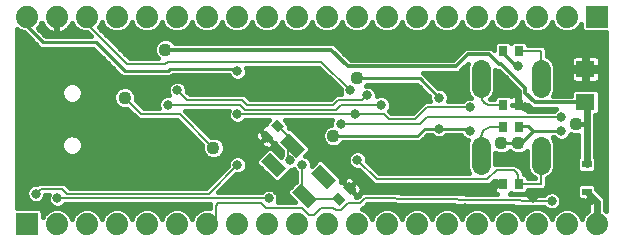
<source format=gbl>
G75*
G70*
%OFA0B0*%
%FSLAX24Y24*%
%IPPOS*%
%LPD*%
%AMOC8*
5,1,8,0,0,1.08239X$1,22.5*
%
%ADD10R,0.0276X0.0354*%
%ADD11R,0.0740X0.0740*%
%ADD12C,0.0740*%
%ADD13R,0.0327X0.0248*%
%ADD14R,0.0630X0.0551*%
%ADD15R,0.0748X0.0433*%
%ADD16C,0.0634*%
%ADD17C,0.0100*%
%ADD18C,0.0318*%
%ADD19C,0.0436*%
%ADD20C,0.0080*%
%ADD21C,0.0160*%
%ADD22C,0.0397*%
%ADD23C,0.0240*%
%ADD24C,0.0120*%
D10*
G36*
X008751Y003627D02*
X008946Y003822D01*
X009195Y003573D01*
X009000Y003378D01*
X008751Y003627D01*
G37*
G36*
X009113Y003989D02*
X009308Y004184D01*
X009557Y003935D01*
X009362Y003740D01*
X009113Y003989D01*
G37*
G36*
X011957Y001855D02*
X011762Y001660D01*
X011513Y001909D01*
X011708Y002104D01*
X011957Y001855D01*
G37*
G36*
X011595Y001493D02*
X011400Y001298D01*
X011151Y001547D01*
X011346Y001742D01*
X011595Y001493D01*
G37*
X016858Y002021D03*
X017370Y002021D03*
X017370Y003921D03*
X016858Y003921D03*
X016858Y004641D03*
X017370Y004641D03*
X017370Y006441D03*
X016858Y006441D03*
D11*
X000974Y000681D03*
X019974Y007601D03*
D12*
X018974Y007601D03*
X017974Y007601D03*
X016974Y007601D03*
X015974Y007601D03*
X014974Y007601D03*
X013974Y007601D03*
X012974Y007601D03*
X011974Y007601D03*
X010974Y007601D03*
X009974Y007601D03*
X008974Y007601D03*
X007974Y007601D03*
X006974Y007601D03*
X005974Y007601D03*
X004974Y007601D03*
X003974Y007601D03*
X002974Y007601D03*
X001974Y007601D03*
X000974Y007601D03*
X001974Y000681D03*
X002974Y000681D03*
X003974Y000681D03*
X004974Y000681D03*
X005974Y000681D03*
X006974Y000681D03*
X007974Y000681D03*
X008974Y000681D03*
X009974Y000681D03*
X010974Y000681D03*
X011974Y000681D03*
X012974Y000681D03*
X013974Y000681D03*
X014974Y000681D03*
X015974Y000681D03*
X016974Y000681D03*
X017974Y000681D03*
X018974Y000681D03*
X019974Y000681D03*
D13*
X019634Y001769D03*
X019634Y002674D03*
D14*
X019594Y004750D03*
X019594Y005853D03*
D15*
G36*
X010758Y002684D02*
X011286Y002156D01*
X010980Y001850D01*
X010452Y002378D01*
X010758Y002684D01*
G37*
G36*
X009728Y003714D02*
X010256Y003186D01*
X009950Y002880D01*
X009422Y003408D01*
X009728Y003714D01*
G37*
G36*
X009088Y003073D02*
X009616Y002545D01*
X009310Y002239D01*
X008782Y002767D01*
X009088Y003073D01*
G37*
G36*
X010118Y002043D02*
X010646Y001515D01*
X010340Y001209D01*
X009812Y001737D01*
X010118Y002043D01*
G37*
D16*
X016114Y002665D02*
X016114Y003298D01*
X018114Y003298D02*
X018114Y002665D01*
X018114Y005225D02*
X018114Y005858D01*
X016114Y005858D02*
X016114Y005225D01*
D17*
X016874Y006341D02*
X017274Y005941D01*
X017354Y005941D01*
X016874Y006341D02*
X016874Y006421D01*
X016858Y006441D01*
X018714Y006661D02*
X019028Y006661D01*
X019028Y006662D02*
X019075Y006660D01*
X019121Y006654D01*
X019167Y006645D01*
X019212Y006631D01*
X019255Y006614D01*
X019297Y006594D01*
X019338Y006570D01*
X019376Y006543D01*
X019411Y006512D01*
X019444Y006479D01*
X019475Y006444D01*
X019502Y006406D01*
X019526Y006365D01*
X019546Y006323D01*
X019563Y006280D01*
X019577Y006235D01*
X019586Y006189D01*
X019592Y006143D01*
X019594Y006096D01*
X019594Y005853D01*
X017674Y003941D02*
X017434Y003941D01*
X017370Y003921D01*
X017674Y003941D02*
X017834Y003781D01*
X017434Y003381D01*
X017354Y003381D01*
X016794Y003381D01*
X017834Y003781D02*
X018794Y003781D01*
X015754Y003781D02*
X015674Y003861D01*
X014714Y003861D01*
X014234Y003861D01*
X013994Y003621D01*
X011194Y003621D01*
X014074Y005541D02*
X014714Y004901D01*
X014074Y005541D02*
X011994Y005541D01*
X007994Y005781D02*
X007914Y005861D01*
X005754Y005861D01*
X005674Y005781D01*
X004234Y005781D01*
X003274Y006741D01*
X001514Y006741D01*
X000974Y007281D01*
X000974Y007601D01*
D18*
X002474Y007141D03*
X004394Y006501D03*
X003434Y005941D03*
X003434Y005221D03*
X001354Y005061D03*
X001354Y005941D03*
X005674Y004661D03*
X005994Y005141D03*
X007994Y005781D03*
X009514Y005221D03*
X009914Y005701D03*
X011754Y005141D03*
X012314Y004981D03*
X012794Y004661D03*
X013194Y004501D03*
X011914Y004341D03*
X011434Y004021D03*
X012474Y003301D03*
X011994Y002821D03*
X010154Y002661D03*
X009754Y002821D03*
X008474Y003381D03*
X008474Y003701D03*
X007994Y004341D03*
X005994Y003701D03*
X007994Y002661D03*
X009034Y001541D03*
X004794Y002261D03*
X004474Y002261D03*
X003434Y002421D03*
X001994Y001541D03*
X001274Y001701D03*
X001354Y002421D03*
X001354Y003461D03*
X011194Y006901D03*
X012874Y006501D03*
X014394Y006981D03*
X017354Y005941D03*
X016714Y005621D03*
X017034Y005061D03*
X017594Y004581D03*
X018794Y004261D03*
X018794Y003781D03*
X017434Y002741D03*
X016634Y002021D03*
X017834Y001541D03*
X018474Y001461D03*
X019114Y001461D03*
X019754Y001461D03*
X015594Y001221D03*
X015434Y002981D03*
X015434Y003301D03*
X015754Y003781D03*
X014714Y003861D03*
X015754Y004581D03*
X015354Y004981D03*
X015354Y005301D03*
X014714Y004901D03*
X018714Y006661D03*
D19*
X019274Y004021D03*
X017354Y003381D03*
X016794Y003381D03*
X011994Y005541D03*
X011194Y003621D03*
X007194Y003221D03*
X004234Y004901D03*
X005594Y006501D03*
D20*
X005674Y006101D02*
X010794Y006101D01*
X011754Y005141D01*
X012154Y004821D02*
X012314Y004981D01*
X012154Y004821D02*
X011354Y004821D01*
X011194Y004661D01*
X008314Y004661D01*
X008154Y004821D01*
X006314Y004821D01*
X005994Y005141D01*
X005674Y004661D02*
X008074Y004661D01*
X008234Y004501D01*
X011274Y004501D01*
X011434Y004661D01*
X012794Y004661D01*
X012874Y004341D02*
X012074Y004341D01*
X011994Y004261D01*
X011914Y004341D01*
X007994Y004341D01*
X009335Y003962D02*
X009759Y003538D01*
X009839Y003297D01*
X009919Y003216D01*
X009749Y003216D01*
X009674Y003141D01*
X009674Y002901D01*
X009754Y002821D01*
X010154Y002661D02*
X010154Y001941D01*
X010074Y001861D01*
X010229Y001546D01*
X010229Y001626D01*
X010334Y001520D01*
X011373Y001520D01*
X011674Y001381D02*
X011434Y001141D01*
X011274Y001141D01*
X011194Y001221D01*
X010794Y001221D01*
X010554Y000981D01*
X010394Y000981D01*
X010154Y001221D01*
X008954Y001221D01*
X008794Y001381D01*
X007354Y001381D01*
X007274Y001301D01*
X007274Y000661D01*
X007034Y000661D01*
X006974Y000681D01*
X009034Y001541D02*
X001994Y001541D01*
X002314Y001701D02*
X007034Y001701D01*
X007994Y002661D01*
X007194Y003221D02*
X006074Y004341D01*
X004794Y004341D01*
X004234Y004901D01*
X004314Y006021D02*
X002974Y007361D01*
X002974Y007601D01*
X005594Y006021D02*
X005674Y006101D01*
X005594Y006021D02*
X004314Y006021D01*
X011434Y004021D02*
X014074Y004021D01*
X014314Y004261D01*
X018794Y004261D01*
X017594Y004581D02*
X017594Y004641D01*
X017370Y004641D01*
X017274Y004641D01*
X017274Y004981D01*
X017034Y004981D01*
X017034Y005061D01*
X016447Y004641D02*
X016412Y004643D01*
X016378Y004648D01*
X016344Y004657D01*
X016312Y004670D01*
X016281Y004686D01*
X016251Y004705D01*
X016224Y004727D01*
X016200Y004751D01*
X016178Y004778D01*
X016159Y004807D01*
X016143Y004839D01*
X016130Y004871D01*
X016121Y004905D01*
X016116Y004939D01*
X016114Y004974D01*
X016114Y005541D01*
X016447Y004641D02*
X016858Y004641D01*
X015754Y004581D02*
X014314Y004581D01*
X013914Y004181D01*
X013034Y004181D01*
X012874Y004341D01*
X016114Y003565D02*
X016114Y002981D01*
X016634Y002501D02*
X016314Y002181D01*
X012634Y002181D01*
X011994Y002821D01*
X012234Y001541D02*
X012074Y001381D01*
X011674Y001381D01*
X012234Y001541D02*
X018474Y001461D01*
X018114Y002021D02*
X017370Y002021D01*
X017354Y002021D01*
X017354Y002248D01*
X017352Y002278D01*
X017347Y002309D01*
X017338Y002338D01*
X017325Y002366D01*
X017309Y002392D01*
X017290Y002416D01*
X017269Y002437D01*
X017245Y002456D01*
X017219Y002472D01*
X017191Y002485D01*
X017162Y002494D01*
X017131Y002499D01*
X017101Y002501D01*
X016634Y002501D01*
X018114Y002021D02*
X018114Y002981D01*
X016470Y003921D02*
X016435Y003919D01*
X016401Y003914D01*
X016367Y003906D01*
X016334Y003894D01*
X016302Y003879D01*
X016272Y003861D01*
X016244Y003840D01*
X016218Y003817D01*
X016195Y003791D01*
X016174Y003763D01*
X016156Y003733D01*
X016141Y003701D01*
X016129Y003668D01*
X016121Y003634D01*
X016116Y003600D01*
X016114Y003565D01*
X016470Y003921D02*
X016858Y003921D01*
X018114Y005541D02*
X018114Y006441D01*
X017370Y006441D01*
X002314Y001701D02*
X002154Y001861D01*
X001434Y001861D01*
X001274Y001701D01*
D21*
X001580Y001608D02*
X001676Y001608D01*
X001675Y001605D02*
X001675Y001478D01*
X001723Y001361D01*
X001813Y001271D01*
X001930Y001222D01*
X002057Y001222D01*
X002174Y001271D01*
X002245Y001341D01*
X007074Y001341D01*
X007074Y001211D01*
X006868Y001211D01*
X006673Y001131D01*
X006524Y000982D01*
X006474Y000859D01*
X006423Y000982D01*
X006274Y001131D01*
X006079Y001211D01*
X005868Y001211D01*
X005673Y001131D01*
X005524Y000982D01*
X005474Y000859D01*
X005423Y000982D01*
X005274Y001131D01*
X005079Y001211D01*
X004868Y001211D01*
X004673Y001131D01*
X004524Y000982D01*
X004474Y000859D01*
X004423Y000982D01*
X004274Y001131D01*
X004079Y001211D01*
X003868Y001211D01*
X003673Y001131D01*
X003524Y000982D01*
X003474Y000859D01*
X003423Y000982D01*
X003274Y001131D01*
X003079Y001211D01*
X002868Y001211D01*
X002673Y001131D01*
X002524Y000982D01*
X002474Y000859D01*
X002423Y000982D01*
X002274Y001131D01*
X002079Y001211D01*
X001868Y001211D01*
X001673Y001131D01*
X001524Y000982D01*
X001504Y000932D01*
X001504Y001118D01*
X001410Y001211D01*
X000654Y001211D01*
X000654Y007172D01*
X000673Y007152D01*
X000868Y007071D01*
X000887Y007071D01*
X001427Y006531D01*
X001601Y006531D01*
X003187Y006531D01*
X004024Y005694D01*
X004147Y005571D01*
X005587Y005571D01*
X005761Y005571D01*
X005841Y005651D01*
X007702Y005651D01*
X007723Y005601D01*
X007813Y005511D01*
X007930Y005462D01*
X008057Y005462D01*
X008174Y005511D01*
X008264Y005601D01*
X008313Y005718D01*
X008313Y005845D01*
X008289Y005901D01*
X010711Y005901D01*
X011435Y005178D01*
X011435Y005078D01*
X011458Y005021D01*
X011437Y005021D01*
X011271Y005021D01*
X011111Y004861D01*
X008397Y004861D01*
X008354Y004904D01*
X008237Y005021D01*
X006397Y005021D01*
X006313Y005105D01*
X006313Y005205D01*
X006264Y005322D01*
X006174Y005412D01*
X006057Y005460D01*
X005930Y005460D01*
X005813Y005412D01*
X005723Y005322D01*
X005675Y005205D01*
X005675Y005078D01*
X005715Y004980D01*
X005610Y004980D01*
X005493Y004932D01*
X005403Y004842D01*
X005355Y004725D01*
X005355Y004598D01*
X005378Y004541D01*
X004877Y004541D01*
X004606Y004812D01*
X004612Y004826D01*
X004612Y004977D01*
X004554Y005116D01*
X004448Y005222D01*
X004309Y005279D01*
X004158Y005279D01*
X004019Y005222D01*
X003913Y005116D01*
X003856Y004977D01*
X003856Y004826D01*
X003913Y004687D01*
X004019Y004581D01*
X004158Y004523D01*
X004309Y004523D01*
X004323Y004529D01*
X004711Y004141D01*
X004877Y004141D01*
X005991Y004141D01*
X006821Y003311D01*
X006816Y003297D01*
X006816Y003146D01*
X006873Y003007D01*
X006979Y002901D01*
X007118Y002843D01*
X007269Y002843D01*
X007408Y002901D01*
X007514Y003007D01*
X007572Y003146D01*
X007572Y003297D01*
X007514Y003436D01*
X007408Y003542D01*
X007269Y003599D01*
X007118Y003599D01*
X007104Y003594D01*
X006274Y004424D01*
X006236Y004461D01*
X007698Y004461D01*
X007675Y004405D01*
X007675Y004278D01*
X007723Y004161D01*
X007813Y004071D01*
X007930Y004022D01*
X008057Y004022D01*
X008174Y004071D01*
X008245Y004141D01*
X009037Y004141D01*
X008952Y004056D01*
X008952Y004003D01*
X008921Y004003D01*
X008875Y003991D01*
X008834Y003967D01*
X008720Y003853D01*
X008606Y003739D01*
X008582Y003698D01*
X008570Y003652D01*
X008570Y003605D01*
X008582Y003559D01*
X008606Y003518D01*
X008748Y003376D01*
X008972Y003600D01*
X008973Y003600D01*
X008973Y003600D01*
X009225Y003348D01*
X009111Y003234D01*
X009153Y003234D01*
X009454Y002933D01*
X009474Y002979D01*
X009474Y002984D01*
X009474Y003129D01*
X009261Y003342D01*
X009261Y003384D01*
X009225Y003348D01*
X008973Y003600D01*
X008748Y003376D01*
X008890Y003234D01*
X008931Y003210D01*
X008977Y003198D01*
X008985Y003198D01*
X008621Y002834D01*
X008621Y002701D01*
X009244Y002079D01*
X009376Y002079D01*
X009776Y002479D01*
X009776Y002502D01*
X009817Y002502D01*
X009866Y002523D01*
X009883Y002481D01*
X009954Y002410D01*
X009954Y002106D01*
X009651Y001804D01*
X009651Y001671D01*
X009901Y001421D01*
X009329Y001421D01*
X009353Y001478D01*
X009353Y001605D01*
X009304Y001722D01*
X009214Y001812D01*
X009097Y001860D01*
X008970Y001860D01*
X008853Y001812D01*
X008782Y001741D01*
X007356Y001741D01*
X007957Y002342D01*
X008057Y002342D01*
X008174Y002391D01*
X008264Y002481D01*
X008313Y002598D01*
X008313Y002725D01*
X008264Y002842D01*
X008174Y002932D01*
X008057Y002980D01*
X007930Y002980D01*
X007813Y002932D01*
X007723Y002842D01*
X007675Y002725D01*
X007675Y002625D01*
X006951Y001901D01*
X002397Y001901D01*
X002237Y002061D01*
X002071Y002061D01*
X001351Y002061D01*
X001310Y002020D01*
X001210Y002020D01*
X001093Y001972D01*
X001003Y001882D01*
X000955Y001765D01*
X000955Y001638D01*
X001003Y001521D01*
X001093Y001431D01*
X001210Y001382D01*
X001337Y001382D01*
X001454Y001431D01*
X001544Y001521D01*
X001593Y001638D01*
X001593Y001661D01*
X001698Y001661D01*
X001675Y001605D01*
X001686Y001450D02*
X001473Y001450D01*
X001793Y001291D02*
X000654Y001291D01*
X000654Y001450D02*
X001074Y001450D01*
X000967Y001608D02*
X000654Y001608D01*
X000654Y001767D02*
X000955Y001767D01*
X001046Y001925D02*
X000654Y001925D01*
X000654Y002084D02*
X007133Y002084D01*
X006975Y001925D02*
X002373Y001925D01*
X002195Y001291D02*
X007074Y001291D01*
X006678Y001133D02*
X006269Y001133D01*
X006426Y000974D02*
X006521Y000974D01*
X005678Y001133D02*
X005269Y001133D01*
X005426Y000974D02*
X005521Y000974D01*
X004678Y001133D02*
X004269Y001133D01*
X004426Y000974D02*
X004521Y000974D01*
X003678Y001133D02*
X003269Y001133D01*
X003426Y000974D02*
X003521Y000974D01*
X002678Y001133D02*
X002269Y001133D01*
X002426Y000974D02*
X002521Y000974D01*
X001678Y001133D02*
X001489Y001133D01*
X001504Y000974D02*
X001521Y000974D01*
X000654Y002242D02*
X007292Y002242D01*
X007450Y002401D02*
X000654Y002401D01*
X000654Y002560D02*
X007609Y002560D01*
X007675Y002718D02*
X000654Y002718D01*
X000654Y002877D02*
X007038Y002877D01*
X006862Y003035D02*
X002699Y003035D01*
X002676Y003012D02*
X002776Y003113D01*
X002831Y003244D01*
X002831Y003386D01*
X002776Y003518D01*
X002676Y003618D01*
X002545Y003672D01*
X002403Y003672D01*
X002271Y003618D01*
X002171Y003518D01*
X002117Y003386D01*
X002117Y003244D01*
X002171Y003113D01*
X002271Y003012D01*
X002403Y002958D01*
X002545Y002958D01*
X002676Y003012D01*
X002810Y003194D02*
X006816Y003194D01*
X006780Y003352D02*
X002831Y003352D01*
X002779Y003511D02*
X006621Y003511D01*
X006463Y003669D02*
X002552Y003669D01*
X002395Y003669D02*
X000654Y003669D01*
X000654Y003828D02*
X006304Y003828D01*
X006146Y003986D02*
X000654Y003986D01*
X000654Y004145D02*
X004707Y004145D01*
X004549Y004304D02*
X000654Y004304D01*
X000654Y004462D02*
X004390Y004462D01*
X004797Y004621D02*
X005355Y004621D01*
X005377Y004779D02*
X004639Y004779D01*
X004612Y004938D02*
X005507Y004938D01*
X005675Y005096D02*
X004562Y005096D01*
X004369Y005255D02*
X005695Y005255D01*
X005817Y005413D02*
X000654Y005413D01*
X000654Y005572D02*
X004146Y005572D01*
X003988Y005730D02*
X000654Y005730D01*
X000654Y005889D02*
X003829Y005889D01*
X003671Y006048D02*
X000654Y006048D01*
X000654Y006206D02*
X003512Y006206D01*
X003354Y006365D02*
X000654Y006365D01*
X000654Y006523D02*
X003195Y006523D01*
X003778Y006840D02*
X005424Y006840D01*
X005379Y006822D02*
X005273Y006716D01*
X005216Y006577D01*
X005216Y006426D01*
X005273Y006287D01*
X005339Y006221D01*
X004396Y006221D01*
X003370Y007248D01*
X003423Y007301D01*
X003474Y007424D01*
X003524Y007301D01*
X003673Y007152D01*
X003868Y007071D01*
X004079Y007071D01*
X004274Y007152D01*
X004423Y007301D01*
X004474Y007424D01*
X004524Y007301D01*
X004673Y007152D01*
X004868Y007071D01*
X005079Y007071D01*
X005274Y007152D01*
X005423Y007301D01*
X005474Y007424D01*
X005524Y007301D01*
X005673Y007152D01*
X005868Y007071D01*
X006079Y007071D01*
X006274Y007152D01*
X006423Y007301D01*
X006474Y007424D01*
X006524Y007301D01*
X006673Y007152D01*
X006868Y007071D01*
X007079Y007071D01*
X007274Y007152D01*
X007423Y007301D01*
X007474Y007424D01*
X007524Y007301D01*
X007673Y007152D01*
X007868Y007071D01*
X008079Y007071D01*
X008274Y007152D01*
X008423Y007301D01*
X008474Y007424D01*
X008524Y007301D01*
X008673Y007152D01*
X008868Y007071D01*
X009079Y007071D01*
X009274Y007152D01*
X009423Y007301D01*
X009474Y007424D01*
X009524Y007301D01*
X009673Y007152D01*
X009868Y007071D01*
X010079Y007071D01*
X010274Y007152D01*
X010423Y007301D01*
X010474Y007424D01*
X010524Y007301D01*
X010673Y007152D01*
X010868Y007071D01*
X011079Y007071D01*
X011274Y007152D01*
X011423Y007301D01*
X011474Y007424D01*
X011524Y007301D01*
X011673Y007152D01*
X011868Y007071D01*
X012079Y007071D01*
X012274Y007152D01*
X012423Y007301D01*
X012474Y007424D01*
X012524Y007301D01*
X012673Y007152D01*
X012868Y007071D01*
X013079Y007071D01*
X013274Y007152D01*
X013423Y007301D01*
X013474Y007424D01*
X013524Y007301D01*
X013673Y007152D01*
X013868Y007071D01*
X014079Y007071D01*
X014274Y007152D01*
X014423Y007301D01*
X014474Y007424D01*
X014524Y007301D01*
X014673Y007152D01*
X014868Y007071D01*
X015079Y007071D01*
X015274Y007152D01*
X015423Y007301D01*
X015474Y007424D01*
X015524Y007301D01*
X015673Y007152D01*
X015868Y007071D01*
X016079Y007071D01*
X016274Y007152D01*
X016423Y007301D01*
X016474Y007424D01*
X016524Y007301D01*
X016673Y007152D01*
X016868Y007071D01*
X017079Y007071D01*
X017274Y007152D01*
X017423Y007301D01*
X017474Y007424D01*
X017524Y007301D01*
X017673Y007152D01*
X017868Y007071D01*
X018079Y007071D01*
X018274Y007152D01*
X018423Y007301D01*
X018474Y007424D01*
X018524Y007301D01*
X018673Y007152D01*
X018868Y007071D01*
X019079Y007071D01*
X019274Y007152D01*
X019423Y007301D01*
X019444Y007351D01*
X019444Y007165D01*
X019537Y007071D01*
X020294Y007071D01*
X020294Y001111D01*
X020274Y001131D01*
X020254Y001139D01*
X020254Y001484D01*
X020211Y001587D01*
X020132Y001666D01*
X019957Y001841D01*
X019957Y001959D01*
X019863Y002053D01*
X019404Y002053D01*
X019310Y001959D01*
X019310Y001578D01*
X019404Y001485D01*
X019522Y001485D01*
X019694Y001313D01*
X019694Y001139D01*
X019673Y001131D01*
X019524Y000982D01*
X019474Y000859D01*
X019423Y000982D01*
X019274Y001131D01*
X019079Y001211D01*
X018868Y001211D01*
X018673Y001131D01*
X018524Y000982D01*
X018474Y000859D01*
X018423Y000982D01*
X018274Y001131D01*
X018079Y001211D01*
X017868Y001211D01*
X017673Y001131D01*
X017524Y000982D01*
X017474Y000859D01*
X017423Y000982D01*
X017274Y001131D01*
X017079Y001211D01*
X016868Y001211D01*
X016673Y001131D01*
X016524Y000982D01*
X016474Y000859D01*
X016423Y000982D01*
X016274Y001131D01*
X016079Y001211D01*
X015868Y001211D01*
X015673Y001131D01*
X015524Y000982D01*
X015474Y000859D01*
X015423Y000982D01*
X015274Y001131D01*
X015079Y001211D01*
X014868Y001211D01*
X014673Y001131D01*
X014524Y000982D01*
X014474Y000859D01*
X014423Y000982D01*
X014274Y001131D01*
X014079Y001211D01*
X013868Y001211D01*
X013673Y001131D01*
X013524Y000982D01*
X013474Y000859D01*
X013423Y000982D01*
X013274Y001131D01*
X013079Y001211D01*
X012868Y001211D01*
X012673Y001131D01*
X012524Y000982D01*
X012474Y000859D01*
X012423Y000982D01*
X012274Y001131D01*
X012151Y001181D01*
X012157Y001181D01*
X012274Y001299D01*
X012315Y001340D01*
X018219Y001265D01*
X018293Y001191D01*
X018410Y001142D01*
X018537Y001142D01*
X018654Y001191D01*
X018744Y001281D01*
X018793Y001398D01*
X018793Y001525D01*
X018744Y001642D01*
X018654Y001732D01*
X018537Y001780D01*
X018410Y001780D01*
X018293Y001732D01*
X018226Y001665D01*
X017070Y001679D01*
X017106Y001700D01*
X017128Y001722D01*
X017166Y001684D01*
X017574Y001684D01*
X017667Y001778D01*
X017667Y001821D01*
X018031Y001821D01*
X018197Y001821D01*
X018314Y001939D01*
X018314Y002231D01*
X018384Y002260D01*
X018518Y002394D01*
X018591Y002570D01*
X018591Y003393D01*
X018518Y003568D01*
X018515Y003571D01*
X018552Y003571D01*
X018613Y003511D01*
X018730Y003462D01*
X018857Y003462D01*
X018974Y003511D01*
X019354Y003511D01*
X019349Y003643D02*
X019354Y003645D01*
X019354Y002908D01*
X019310Y002864D01*
X019310Y002484D01*
X019404Y002390D01*
X019863Y002390D01*
X019957Y002484D01*
X019957Y002864D01*
X019914Y002908D01*
X019914Y003966D01*
X019914Y004315D01*
X019975Y004315D01*
X020069Y004408D01*
X020069Y005092D01*
X019975Y005186D01*
X019212Y005186D01*
X019119Y005092D01*
X019119Y004961D01*
X018521Y004961D01*
X018591Y005130D01*
X018591Y005953D01*
X018518Y006128D01*
X018384Y006262D01*
X018314Y006292D01*
X018314Y006524D01*
X018197Y006641D01*
X018031Y006641D01*
X017667Y006641D01*
X017667Y006685D01*
X017574Y006779D01*
X017166Y006779D01*
X017114Y006727D01*
X017062Y006779D01*
X016654Y006779D01*
X016560Y006685D01*
X016560Y006486D01*
X016485Y006561D01*
X016303Y006561D01*
X015765Y006561D01*
X015583Y006561D01*
X015183Y006161D01*
X011765Y006161D01*
X011334Y006593D01*
X011205Y006721D01*
X005908Y006721D01*
X005808Y006822D01*
X005669Y006879D01*
X005518Y006879D01*
X005379Y006822D01*
X005259Y006682D02*
X003936Y006682D01*
X004095Y006523D02*
X005216Y006523D01*
X005241Y006365D02*
X004253Y006365D01*
X003101Y006951D02*
X001601Y006951D01*
X001337Y007215D01*
X001423Y007301D01*
X001462Y007396D01*
X001464Y007390D01*
X001503Y007313D01*
X001554Y007243D01*
X001615Y007182D01*
X001685Y007131D01*
X001763Y007092D01*
X001845Y007065D01*
X001930Y007051D01*
X001954Y007051D01*
X001954Y007581D01*
X001994Y007581D01*
X001994Y007051D01*
X002017Y007051D01*
X002102Y007065D01*
X002185Y007092D01*
X002262Y007131D01*
X002332Y007182D01*
X002393Y007243D01*
X002444Y007313D01*
X002483Y007390D01*
X002485Y007396D01*
X002524Y007301D01*
X002673Y007152D01*
X002868Y007071D01*
X002981Y007071D01*
X003101Y006951D01*
X003054Y006999D02*
X001553Y006999D01*
X001649Y007157D02*
X001395Y007157D01*
X001429Y007316D02*
X001502Y007316D01*
X001954Y007316D02*
X001994Y007316D01*
X001994Y007157D02*
X001954Y007157D01*
X002298Y007157D02*
X002668Y007157D01*
X002518Y007316D02*
X002445Y007316D01*
X001994Y007474D02*
X001954Y007474D01*
X000959Y006999D02*
X000654Y006999D01*
X000654Y007157D02*
X000668Y007157D01*
X000654Y006840D02*
X001118Y006840D01*
X001276Y006682D02*
X000654Y006682D01*
X003461Y007157D02*
X003668Y007157D01*
X003518Y007316D02*
X003429Y007316D01*
X003619Y006999D02*
X020294Y006999D01*
X020294Y006840D02*
X005764Y006840D01*
X005668Y007157D02*
X005279Y007157D01*
X005429Y007316D02*
X005518Y007316D01*
X006279Y007157D02*
X006668Y007157D01*
X006518Y007316D02*
X006429Y007316D01*
X007279Y007157D02*
X007668Y007157D01*
X007518Y007316D02*
X007429Y007316D01*
X008279Y007157D02*
X008668Y007157D01*
X008518Y007316D02*
X008429Y007316D01*
X009279Y007157D02*
X009668Y007157D01*
X009518Y007316D02*
X009429Y007316D01*
X010279Y007157D02*
X010668Y007157D01*
X010518Y007316D02*
X010429Y007316D01*
X011279Y007157D02*
X011668Y007157D01*
X011518Y007316D02*
X011429Y007316D01*
X012279Y007157D02*
X012668Y007157D01*
X012518Y007316D02*
X012429Y007316D01*
X013279Y007157D02*
X013668Y007157D01*
X013518Y007316D02*
X013429Y007316D01*
X014279Y007157D02*
X014668Y007157D01*
X014518Y007316D02*
X014429Y007316D01*
X015279Y007157D02*
X015668Y007157D01*
X015518Y007316D02*
X015429Y007316D01*
X016279Y007157D02*
X016668Y007157D01*
X016518Y007316D02*
X016429Y007316D01*
X017279Y007157D02*
X017668Y007157D01*
X017518Y007316D02*
X017429Y007316D01*
X018279Y007157D02*
X018668Y007157D01*
X018518Y007316D02*
X018429Y007316D01*
X019279Y007157D02*
X019451Y007157D01*
X019444Y007316D02*
X019429Y007316D01*
X020294Y006682D02*
X017667Y006682D01*
X018314Y006523D02*
X020294Y006523D01*
X020294Y006365D02*
X018314Y006365D01*
X018440Y006206D02*
X019116Y006206D01*
X019111Y006198D02*
X019099Y006152D01*
X019099Y005910D01*
X019536Y005910D01*
X019536Y005795D01*
X019099Y005795D01*
X019099Y005553D01*
X019111Y005508D01*
X019135Y005466D01*
X019168Y005433D01*
X019209Y005409D01*
X019255Y005397D01*
X019536Y005397D01*
X019536Y005795D01*
X019651Y005795D01*
X019651Y005397D01*
X019932Y005397D01*
X019978Y005409D01*
X020019Y005433D01*
X020053Y005466D01*
X020076Y005508D01*
X020089Y005553D01*
X020089Y005795D01*
X019652Y005795D01*
X019652Y005910D01*
X020089Y005910D01*
X020089Y006152D01*
X020076Y006198D01*
X020053Y006239D01*
X020019Y006272D01*
X019978Y006296D01*
X019932Y006308D01*
X019651Y006308D01*
X019651Y005911D01*
X019536Y005911D01*
X019536Y006308D01*
X019255Y006308D01*
X019209Y006296D01*
X019168Y006272D01*
X019135Y006239D01*
X019111Y006198D01*
X019099Y006048D02*
X018551Y006048D01*
X018591Y005889D02*
X019536Y005889D01*
X019652Y005889D02*
X020294Y005889D01*
X020294Y006048D02*
X020089Y006048D01*
X020071Y006206D02*
X020294Y006206D01*
X019651Y006206D02*
X019536Y006206D01*
X019536Y006048D02*
X019651Y006048D01*
X019651Y005730D02*
X019536Y005730D01*
X019536Y005572D02*
X019651Y005572D01*
X019651Y005413D02*
X019536Y005413D01*
X019202Y005413D02*
X018591Y005413D01*
X018591Y005572D02*
X019099Y005572D01*
X019099Y005730D02*
X018591Y005730D01*
X018591Y005255D02*
X020294Y005255D01*
X020294Y005413D02*
X019985Y005413D01*
X020089Y005572D02*
X020294Y005572D01*
X020294Y005730D02*
X020089Y005730D01*
X020064Y005096D02*
X020294Y005096D01*
X020294Y004938D02*
X020069Y004938D01*
X020069Y004779D02*
X020294Y004779D01*
X020294Y004621D02*
X020069Y004621D01*
X020069Y004462D02*
X020294Y004462D01*
X020294Y004304D02*
X019914Y004304D01*
X019914Y004145D02*
X020294Y004145D01*
X020294Y003986D02*
X019914Y003986D01*
X019634Y004021D02*
X019274Y004021D01*
X019136Y003669D02*
X019093Y003669D01*
X019099Y003685D02*
X019198Y003643D01*
X019349Y003643D01*
X019099Y003685D02*
X019064Y003601D01*
X018974Y003511D01*
X018613Y003511D02*
X018542Y003511D01*
X018591Y003352D02*
X019354Y003352D01*
X019354Y003194D02*
X018591Y003194D01*
X018591Y003035D02*
X019354Y003035D01*
X019323Y002877D02*
X018591Y002877D01*
X018591Y002718D02*
X019310Y002718D01*
X019310Y002560D02*
X018586Y002560D01*
X018521Y002401D02*
X019393Y002401D01*
X019874Y002401D02*
X020294Y002401D01*
X020294Y002560D02*
X019957Y002560D01*
X019957Y002718D02*
X020294Y002718D01*
X020294Y002877D02*
X019945Y002877D01*
X019914Y003035D02*
X020294Y003035D01*
X020294Y003194D02*
X019914Y003194D01*
X019914Y003352D02*
X020294Y003352D01*
X020294Y003511D02*
X019914Y003511D01*
X019914Y003669D02*
X020294Y003669D01*
X020294Y003828D02*
X019914Y003828D01*
X018603Y004521D02*
X018542Y004461D01*
X017687Y004461D01*
X017687Y004641D01*
X017370Y004641D01*
X017370Y004642D01*
X017369Y004642D01*
X017369Y004999D01*
X017208Y004999D01*
X017162Y004986D01*
X017121Y004963D01*
X017100Y004941D01*
X017062Y004979D01*
X016654Y004979D01*
X016560Y004885D01*
X016560Y004841D01*
X016446Y004841D01*
X016421Y004844D01*
X016411Y004848D01*
X016518Y004954D01*
X016591Y005130D01*
X016591Y005834D01*
X016623Y005801D01*
X016703Y005801D01*
X017374Y005130D01*
X017374Y004999D01*
X017370Y004999D01*
X017370Y004642D01*
X017687Y004642D01*
X017687Y004657D01*
X017694Y004650D01*
X017694Y004650D01*
X017823Y004521D01*
X018603Y004521D01*
X018543Y004462D02*
X017687Y004462D01*
X017687Y004621D02*
X017723Y004621D01*
X017369Y004641D02*
X017156Y004641D01*
X017156Y004642D01*
X017369Y004642D01*
X017369Y004641D01*
X017369Y004779D02*
X017370Y004779D01*
X017369Y004938D02*
X017370Y004938D01*
X017374Y005096D02*
X016577Y005096D01*
X016591Y005255D02*
X017249Y005255D01*
X017091Y005413D02*
X016591Y005413D01*
X016591Y005572D02*
X016932Y005572D01*
X016774Y005730D02*
X016591Y005730D01*
X015637Y005730D02*
X015374Y005730D01*
X015365Y005721D02*
X015494Y005850D01*
X015665Y006022D01*
X015637Y005953D01*
X015637Y005130D01*
X015709Y004954D01*
X015764Y004900D01*
X015690Y004900D01*
X015573Y004852D01*
X015503Y004781D01*
X015009Y004781D01*
X015033Y004838D01*
X015033Y004965D01*
X014984Y005082D01*
X014894Y005172D01*
X014777Y005220D01*
X014692Y005220D01*
X014284Y005628D01*
X014191Y005721D01*
X015365Y005721D01*
X015532Y005889D02*
X015637Y005889D01*
X015227Y006206D02*
X011720Y006206D01*
X011562Y006365D02*
X015386Y006365D01*
X015544Y006523D02*
X011403Y006523D01*
X011244Y006682D02*
X016560Y006682D01*
X016560Y006523D02*
X016523Y006523D01*
X015637Y005572D02*
X014340Y005572D01*
X014499Y005413D02*
X015637Y005413D01*
X015637Y005255D02*
X014657Y005255D01*
X014970Y005096D02*
X015651Y005096D01*
X015726Y004938D02*
X015033Y004938D01*
X014418Y004781D02*
X014231Y004781D01*
X014114Y004664D01*
X013831Y004381D01*
X013117Y004381D01*
X013041Y004457D01*
X013064Y004481D01*
X013113Y004598D01*
X013113Y004725D01*
X013064Y004842D01*
X012974Y004932D01*
X012857Y004980D01*
X012730Y004980D01*
X012633Y004940D01*
X012633Y005045D01*
X012584Y005162D01*
X012494Y005252D01*
X012377Y005300D01*
X012287Y005300D01*
X012314Y005327D01*
X012316Y005331D01*
X013987Y005331D01*
X014395Y004923D01*
X014395Y004838D01*
X014418Y004781D01*
X014380Y004938D02*
X012960Y004938D01*
X013090Y004779D02*
X014229Y004779D01*
X014070Y004621D02*
X013113Y004621D01*
X013046Y004462D02*
X013912Y004462D01*
X014222Y005096D02*
X012611Y005096D01*
X012487Y005255D02*
X014063Y005255D01*
X016501Y004938D02*
X016613Y004938D01*
X018577Y005096D02*
X019123Y005096D01*
X015669Y003471D02*
X015573Y003511D01*
X015483Y003601D01*
X015462Y003651D01*
X014955Y003651D01*
X014894Y003591D01*
X014777Y003542D01*
X014650Y003542D01*
X014533Y003591D01*
X014472Y003651D01*
X014321Y003651D01*
X014204Y003534D01*
X014081Y003411D01*
X011516Y003411D01*
X011514Y003407D01*
X011408Y003301D01*
X011269Y003243D01*
X011118Y003243D01*
X010979Y003301D01*
X010873Y003407D01*
X010816Y003546D01*
X010816Y003697D01*
X010873Y003836D01*
X010979Y003942D01*
X011115Y003998D01*
X011115Y004085D01*
X011138Y004141D01*
X009577Y004141D01*
X009717Y004001D01*
X009717Y003874D01*
X009794Y003874D01*
X010416Y003251D01*
X010416Y003119D01*
X010260Y002963D01*
X010334Y002932D01*
X010424Y002842D01*
X010473Y002725D01*
X010473Y002625D01*
X010691Y002844D01*
X010824Y002844D01*
X011446Y002221D01*
X011446Y002099D01*
X011482Y002135D01*
X011734Y001883D01*
X011734Y001882D02*
X011482Y002135D01*
X011596Y002249D01*
X011637Y002273D01*
X011683Y002285D01*
X011731Y002285D01*
X011776Y002273D01*
X011817Y002249D01*
X011959Y002107D01*
X011735Y001883D01*
X011735Y001882D01*
X011987Y001630D01*
X012101Y001744D01*
X012125Y001785D01*
X012137Y001831D01*
X012137Y001878D01*
X012125Y001924D01*
X012101Y001965D01*
X011959Y002107D01*
X011735Y001882D01*
X011735Y001882D01*
X011987Y001630D01*
X011939Y001581D01*
X011991Y001581D01*
X012035Y001625D01*
X012035Y001627D01*
X012094Y001685D01*
X012151Y001741D01*
X012152Y001741D01*
X012153Y001742D01*
X012236Y001741D01*
X012317Y001741D01*
X012318Y001740D01*
X016636Y001685D01*
X016609Y001700D01*
X016576Y001734D01*
X016552Y001775D01*
X016540Y001821D01*
X016540Y002021D01*
X016857Y002021D01*
X016857Y002022D01*
X016540Y002022D01*
X016540Y002125D01*
X016514Y002099D01*
X016514Y002099D01*
X016397Y001981D01*
X012717Y001981D01*
X012551Y001981D01*
X012030Y002502D01*
X011930Y002502D01*
X011813Y002551D01*
X011723Y002641D01*
X011675Y002758D01*
X011675Y002885D01*
X011723Y003002D01*
X011813Y003092D01*
X011930Y003140D01*
X012057Y003140D01*
X012174Y003092D01*
X012264Y003002D01*
X012313Y002885D01*
X012313Y002785D01*
X012717Y002381D01*
X015723Y002381D01*
X015709Y002394D01*
X015637Y002570D01*
X015637Y003393D01*
X015669Y003471D01*
X015573Y003511D02*
X014180Y003511D01*
X015637Y003352D02*
X011459Y003352D01*
X011756Y003035D02*
X010333Y003035D01*
X010416Y003194D02*
X015637Y003194D01*
X015637Y003035D02*
X012231Y003035D01*
X012313Y002877D02*
X015637Y002877D01*
X015637Y002718D02*
X012380Y002718D01*
X012538Y002560D02*
X015641Y002560D01*
X015707Y002401D02*
X012697Y002401D01*
X012290Y002242D02*
X011824Y002242D01*
X011590Y002242D02*
X011425Y002242D01*
X011533Y002084D02*
X011533Y002084D01*
X011691Y001925D02*
X011692Y001925D01*
X011734Y001883D02*
X011734Y001882D01*
X011777Y001925D02*
X011778Y001925D01*
X011936Y002084D02*
X011937Y002084D01*
X011982Y002084D02*
X012448Y002084D01*
X012124Y001925D02*
X016540Y001925D01*
X016540Y002084D02*
X016499Y002084D01*
X016557Y001767D02*
X012115Y001767D01*
X012018Y001608D02*
X011966Y001608D01*
X011850Y001767D02*
X011850Y001767D01*
X012266Y001291D02*
X016147Y001291D01*
X016269Y001133D02*
X016678Y001133D01*
X016521Y000974D02*
X016426Y000974D01*
X015678Y001133D02*
X015269Y001133D01*
X015426Y000974D02*
X015521Y000974D01*
X014678Y001133D02*
X014269Y001133D01*
X014426Y000974D02*
X014521Y000974D01*
X013678Y001133D02*
X013269Y001133D01*
X013426Y000974D02*
X013521Y000974D01*
X012678Y001133D02*
X012269Y001133D01*
X012426Y000974D02*
X012521Y000974D01*
X009873Y001450D02*
X009341Y001450D01*
X009351Y001608D02*
X009714Y001608D01*
X009651Y001767D02*
X009259Y001767D01*
X008808Y001767D02*
X007382Y001767D01*
X007540Y001925D02*
X009773Y001925D01*
X009931Y002084D02*
X009381Y002084D01*
X009238Y002084D02*
X007699Y002084D01*
X007858Y002242D02*
X009080Y002242D01*
X008921Y002401D02*
X008184Y002401D01*
X008297Y002560D02*
X008763Y002560D01*
X008621Y002718D02*
X008313Y002718D01*
X008230Y002877D02*
X008664Y002877D01*
X008822Y003035D02*
X007526Y003035D01*
X007572Y003194D02*
X008981Y003194D01*
X009194Y003194D02*
X009409Y003194D01*
X009352Y003035D02*
X009474Y003035D01*
X009261Y003352D02*
X009230Y003352D01*
X009221Y003352D02*
X009221Y003352D01*
X009062Y003511D02*
X009063Y003511D01*
X008972Y003601D02*
X008720Y003853D01*
X008973Y003601D01*
X008972Y003601D01*
X008904Y003669D02*
X008904Y003669D01*
X008745Y003828D02*
X008745Y003828D01*
X008695Y003828D02*
X006870Y003828D01*
X007029Y003669D02*
X008575Y003669D01*
X008613Y003511D02*
X007439Y003511D01*
X007549Y003352D02*
X008771Y003352D01*
X008883Y003511D02*
X008883Y003511D01*
X008868Y003986D02*
X006711Y003986D01*
X006553Y004145D02*
X007739Y004145D01*
X007675Y004304D02*
X006394Y004304D01*
X006322Y005096D02*
X011435Y005096D01*
X011357Y005255D02*
X006292Y005255D01*
X006171Y005413D02*
X011199Y005413D01*
X011040Y005572D02*
X008235Y005572D01*
X008313Y005730D02*
X010882Y005730D01*
X010723Y005889D02*
X008294Y005889D01*
X007752Y005572D02*
X005761Y005572D01*
X004099Y005255D02*
X002771Y005255D01*
X002776Y005250D02*
X002676Y005350D01*
X002545Y005405D01*
X002403Y005405D01*
X002271Y005350D01*
X002171Y005250D01*
X002117Y005119D01*
X002117Y004976D01*
X002171Y004845D01*
X002271Y004745D01*
X002403Y004690D01*
X002545Y004690D01*
X002676Y004745D01*
X002776Y004845D01*
X002831Y004976D01*
X002831Y005119D01*
X002776Y005250D01*
X002831Y005096D02*
X003905Y005096D01*
X003856Y004938D02*
X002815Y004938D01*
X002710Y004779D02*
X003875Y004779D01*
X003980Y004621D02*
X000654Y004621D01*
X000654Y004779D02*
X002237Y004779D01*
X002133Y004938D02*
X000654Y004938D01*
X000654Y005096D02*
X002117Y005096D01*
X002176Y005255D02*
X000654Y005255D01*
X000654Y003511D02*
X002168Y003511D01*
X002117Y003352D02*
X000654Y003352D01*
X000654Y003194D02*
X002137Y003194D01*
X002249Y003035D02*
X000654Y003035D01*
X007349Y002877D02*
X007758Y002877D01*
X009540Y002242D02*
X009954Y002242D01*
X009954Y002401D02*
X009698Y002401D01*
X010473Y002718D02*
X010565Y002718D01*
X010390Y002877D02*
X011675Y002877D01*
X011691Y002718D02*
X010950Y002718D01*
X011108Y002560D02*
X011804Y002560D01*
X012131Y002401D02*
X011267Y002401D01*
X010928Y003352D02*
X010316Y003352D01*
X010157Y003511D02*
X010830Y003511D01*
X010816Y003669D02*
X009999Y003669D01*
X009840Y003828D02*
X010870Y003828D01*
X011087Y003986D02*
X009717Y003986D01*
X008320Y004938D02*
X011187Y004938D01*
X016591Y003056D02*
X016591Y002701D01*
X017018Y002701D01*
X017090Y002701D01*
X017184Y002701D01*
X017184Y002701D01*
X017222Y002701D01*
X017222Y002701D01*
X017432Y002580D01*
X017432Y002580D01*
X017432Y002580D01*
X017554Y002370D01*
X017554Y002370D01*
X017554Y002359D01*
X017574Y002359D01*
X017667Y002265D01*
X017667Y002221D01*
X017914Y002221D01*
X017914Y002231D01*
X017844Y002260D01*
X017709Y002394D01*
X017637Y002570D01*
X017637Y003130D01*
X017568Y003061D01*
X017429Y003003D01*
X017278Y003003D01*
X017139Y003061D01*
X017074Y003127D01*
X017008Y003061D01*
X016869Y003003D01*
X016718Y003003D01*
X016591Y003056D01*
X016591Y003035D02*
X016641Y003035D01*
X016591Y002877D02*
X017637Y002877D01*
X017637Y003035D02*
X017506Y003035D01*
X017201Y003035D02*
X016946Y003035D01*
X016591Y002718D02*
X017637Y002718D01*
X017641Y002560D02*
X017444Y002560D01*
X017536Y002401D02*
X017707Y002401D01*
X017667Y002242D02*
X017887Y002242D01*
X018314Y002084D02*
X020294Y002084D01*
X020294Y001925D02*
X019957Y001925D01*
X020031Y001767D02*
X020294Y001767D01*
X020294Y001608D02*
X020190Y001608D01*
X020254Y001450D02*
X020294Y001450D01*
X020294Y001291D02*
X020254Y001291D01*
X020269Y001133D02*
X020294Y001133D01*
X019678Y001133D02*
X019269Y001133D01*
X019426Y000974D02*
X019521Y000974D01*
X019694Y001291D02*
X018749Y001291D01*
X018793Y001450D02*
X019557Y001450D01*
X019310Y001608D02*
X018758Y001608D01*
X018570Y001767D02*
X019310Y001767D01*
X019310Y001925D02*
X018301Y001925D01*
X018377Y001767D02*
X017656Y001767D01*
X018341Y002242D02*
X020294Y002242D01*
X018678Y001133D02*
X018269Y001133D01*
X018426Y000974D02*
X018521Y000974D01*
X017678Y001133D02*
X017269Y001133D01*
X017426Y000974D02*
X017521Y000974D01*
X004668Y007157D02*
X004279Y007157D01*
X004429Y007316D02*
X004518Y007316D01*
D22*
X004954Y006501D03*
D23*
X019594Y004750D02*
X019634Y004710D01*
X019634Y004021D01*
X019634Y002674D01*
X019634Y001769D02*
X019974Y001429D01*
X019974Y000681D01*
D24*
X019514Y004741D02*
X017914Y004741D01*
X017594Y005061D01*
X017594Y005221D01*
X016794Y006021D01*
X016714Y006021D01*
X016394Y006341D01*
X015674Y006341D01*
X015274Y005941D01*
X011674Y005941D01*
X011114Y006501D01*
X005594Y006501D01*
X019514Y004741D02*
X019594Y004750D01*
M02*

</source>
